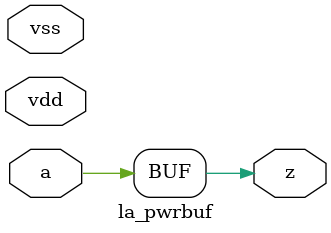
<source format=v>

module la_pwrbuf #(
                   parameter PROP = "DEFAULT"
                   )
   (
    input  vdd,
    input  vss,
    input  a,
    output z
    );

`ifdef SIMULATION
   assign z = ((vdd === 1'b1) && (vss === 1'b0)) ? a : 1'bX;
`else
   assign z = a;
`endif

endmodule

</source>
